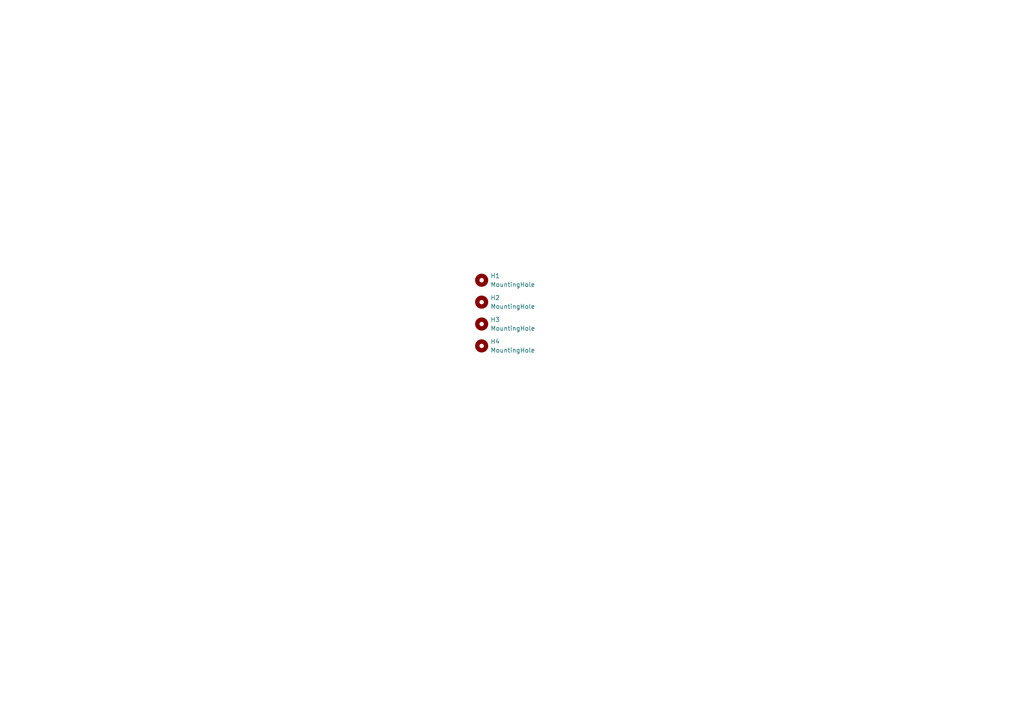
<source format=kicad_sch>
(kicad_sch
	(version 20231120)
	(generator "eeschema")
	(generator_version "8.0")
	(uuid "c865cdcf-0f8c-4e57-ae1c-8c07be6e902a")
	(paper "A4")
	(lib_symbols
		(symbol "Mechanical:MountingHole"
			(pin_names
				(offset 1.016)
			)
			(exclude_from_sim yes)
			(in_bom no)
			(on_board yes)
			(property "Reference" "H"
				(at 0 5.08 0)
				(effects
					(font
						(size 1.27 1.27)
					)
				)
			)
			(property "Value" "MountingHole"
				(at 0 3.175 0)
				(effects
					(font
						(size 1.27 1.27)
					)
				)
			)
			(property "Footprint" ""
				(at 0 0 0)
				(effects
					(font
						(size 1.27 1.27)
					)
					(hide yes)
				)
			)
			(property "Datasheet" "~"
				(at 0 0 0)
				(effects
					(font
						(size 1.27 1.27)
					)
					(hide yes)
				)
			)
			(property "Description" "Mounting Hole without connection"
				(at 0 0 0)
				(effects
					(font
						(size 1.27 1.27)
					)
					(hide yes)
				)
			)
			(property "ki_keywords" "mounting hole"
				(at 0 0 0)
				(effects
					(font
						(size 1.27 1.27)
					)
					(hide yes)
				)
			)
			(property "ki_fp_filters" "MountingHole*"
				(at 0 0 0)
				(effects
					(font
						(size 1.27 1.27)
					)
					(hide yes)
				)
			)
			(symbol "MountingHole_0_1"
				(circle
					(center 0 0)
					(radius 1.27)
					(stroke
						(width 1.27)
						(type default)
					)
					(fill
						(type none)
					)
				)
			)
		)
	)
	(symbol
		(lib_id "Mechanical:MountingHole")
		(at 139.7 87.63 0)
		(unit 1)
		(exclude_from_sim yes)
		(in_bom no)
		(on_board yes)
		(dnp no)
		(fields_autoplaced yes)
		(uuid "48bb20d1-7431-4ab2-8c8d-9e3e1377c755")
		(property "Reference" "H2"
			(at 142.24 86.3599 0)
			(effects
				(font
					(size 1.27 1.27)
				)
				(justify left)
			)
		)
		(property "Value" "MountingHole"
			(at 142.24 88.8999 0)
			(effects
				(font
					(size 1.27 1.27)
				)
				(justify left)
			)
		)
		(property "Footprint" "MountingHole:MountingHole_3.2mm_M3"
			(at 139.7 87.63 0)
			(effects
				(font
					(size 1.27 1.27)
				)
				(hide yes)
			)
		)
		(property "Datasheet" "~"
			(at 139.7 87.63 0)
			(effects
				(font
					(size 1.27 1.27)
				)
				(hide yes)
			)
		)
		(property "Description" "Mounting Hole without connection"
			(at 139.7 87.63 0)
			(effects
				(font
					(size 1.27 1.27)
				)
				(hide yes)
			)
		)
		(instances
			(project "V1.02"
				(path "/9f0161d0-326e-4ea6-b280-8727e2fd4ed6/8b2baea7-40df-4976-ab8d-28bc83e7eb30"
					(reference "H2")
					(unit 1)
				)
			)
		)
	)
	(symbol
		(lib_id "Mechanical:MountingHole")
		(at 139.7 93.98 0)
		(unit 1)
		(exclude_from_sim yes)
		(in_bom no)
		(on_board yes)
		(dnp no)
		(fields_autoplaced yes)
		(uuid "8d24ffa1-b62b-4a3d-939e-e61173ee4bba")
		(property "Reference" "H3"
			(at 142.24 92.7099 0)
			(effects
				(font
					(size 1.27 1.27)
				)
				(justify left)
			)
		)
		(property "Value" "MountingHole"
			(at 142.24 95.2499 0)
			(effects
				(font
					(size 1.27 1.27)
				)
				(justify left)
			)
		)
		(property "Footprint" "MountingHole:MountingHole_3.2mm_M3"
			(at 139.7 93.98 0)
			(effects
				(font
					(size 1.27 1.27)
				)
				(hide yes)
			)
		)
		(property "Datasheet" "~"
			(at 139.7 93.98 0)
			(effects
				(font
					(size 1.27 1.27)
				)
				(hide yes)
			)
		)
		(property "Description" "Mounting Hole without connection"
			(at 139.7 93.98 0)
			(effects
				(font
					(size 1.27 1.27)
				)
				(hide yes)
			)
		)
		(instances
			(project "V1.02"
				(path "/9f0161d0-326e-4ea6-b280-8727e2fd4ed6/8b2baea7-40df-4976-ab8d-28bc83e7eb30"
					(reference "H3")
					(unit 1)
				)
			)
		)
	)
	(symbol
		(lib_id "Mechanical:MountingHole")
		(at 139.7 81.28 0)
		(unit 1)
		(exclude_from_sim yes)
		(in_bom no)
		(on_board yes)
		(dnp no)
		(fields_autoplaced yes)
		(uuid "9f63bc3d-f9b0-401c-ad59-92397eb9ffaa")
		(property "Reference" "H1"
			(at 142.24 80.0099 0)
			(effects
				(font
					(size 1.27 1.27)
				)
				(justify left)
			)
		)
		(property "Value" "MountingHole"
			(at 142.24 82.5499 0)
			(effects
				(font
					(size 1.27 1.27)
				)
				(justify left)
			)
		)
		(property "Footprint" "MountingHole:MountingHole_3.2mm_M3"
			(at 139.7 81.28 0)
			(effects
				(font
					(size 1.27 1.27)
				)
				(hide yes)
			)
		)
		(property "Datasheet" "~"
			(at 139.7 81.28 0)
			(effects
				(font
					(size 1.27 1.27)
				)
				(hide yes)
			)
		)
		(property "Description" "Mounting Hole without connection"
			(at 139.7 81.28 0)
			(effects
				(font
					(size 1.27 1.27)
				)
				(hide yes)
			)
		)
		(instances
			(project ""
				(path "/9f0161d0-326e-4ea6-b280-8727e2fd4ed6/8b2baea7-40df-4976-ab8d-28bc83e7eb30"
					(reference "H1")
					(unit 1)
				)
			)
		)
	)
	(symbol
		(lib_id "Mechanical:MountingHole")
		(at 139.7 100.33 0)
		(unit 1)
		(exclude_from_sim yes)
		(in_bom no)
		(on_board yes)
		(dnp no)
		(fields_autoplaced yes)
		(uuid "e061cceb-fd1b-4e7a-b424-b9a29d06d778")
		(property "Reference" "H4"
			(at 142.24 99.0599 0)
			(effects
				(font
					(size 1.27 1.27)
				)
				(justify left)
			)
		)
		(property "Value" "MountingHole"
			(at 142.24 101.5999 0)
			(effects
				(font
					(size 1.27 1.27)
				)
				(justify left)
			)
		)
		(property "Footprint" "MountingHole:MountingHole_3.2mm_M3"
			(at 139.7 100.33 0)
			(effects
				(font
					(size 1.27 1.27)
				)
				(hide yes)
			)
		)
		(property "Datasheet" "~"
			(at 139.7 100.33 0)
			(effects
				(font
					(size 1.27 1.27)
				)
				(hide yes)
			)
		)
		(property "Description" "Mounting Hole without connection"
			(at 139.7 100.33 0)
			(effects
				(font
					(size 1.27 1.27)
				)
				(hide yes)
			)
		)
		(instances
			(project "V1.02"
				(path "/9f0161d0-326e-4ea6-b280-8727e2fd4ed6/8b2baea7-40df-4976-ab8d-28bc83e7eb30"
					(reference "H4")
					(unit 1)
				)
			)
		)
	)
)

</source>
